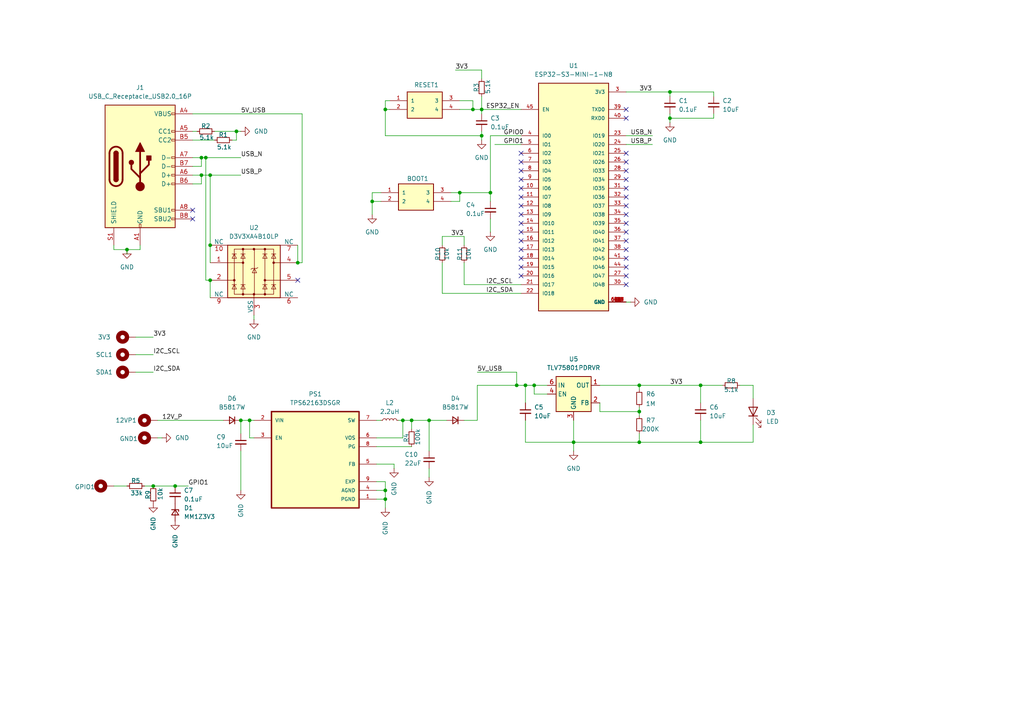
<source format=kicad_sch>
(kicad_sch (version 20231120) (generator "eeschema") (generator_version "8.0")
  (paper "A4")
  (lib_symbols
    (symbol "Connector:USB_C_Receptacle_USB2.0_16P" (pin_names (offset 1.016))
      (property "Reference" "J" (at 0 22.225 0))
      (property "Value" "USB_C_Receptacle_USB2.0_16P" (at 0 19.685 0))
      (symbol "USB_C_Receptacle_USB2.0_16P_1_1"
        (pin passive line (at 0 -22.86 90) (length 5.08) (name "GND") (number "A1"))
        (pin passive line (at 0 -22.86 90) (length 5.08) hide (name "GND") (number "A12"))
        (pin passive line (at 15.24 15.24 180) (length 5.08) (name "VBUS") (number "A4"))
        (pin bidirectional line (at 15.24 10.16 180) (length 5.08) (name "CC1") (number "A5"))
        (pin bidirectional line (at 15.24 -2.54 180) (length 5.08) (name "D+") (number "A6"))
        (pin bidirectional line (at 15.24 2.54 180) (length 5.08) (name "D-") (number "A7"))
        (pin bidirectional line (at 15.24 -12.7 180) (length 5.08) (name "SBU1") (number "A8"))
        (pin passive line (at 15.24 15.24 180) (length 5.08) hide (name "VBUS") (number "A9"))
        (pin passive line (at 0 -22.86 90) (length 5.08) hide (name "GND") (number "B1"))
        (pin passive line (at 0 -22.86 90) (length 5.08) hide (name "GND") (number "B12"))
        (pin passive line (at 15.24 15.24 180) (length 5.08) hide (name "VBUS") (number "B4"))
        (pin bidirectional line (at 15.24 7.62 180) (length 5.08) (name "CC2") (number "B5"))
        (pin bidirectional line (at 15.24 -5.08 180) (length 5.08) (name "D+") (number "B6"))
        (pin bidirectional line (at 15.24 0 180) (length 5.08) (name "D-") (number "B7"))
        (pin bidirectional line (at 15.24 -15.24 180) (length 5.08) (name "SBU2") (number "B8"))
        (pin passive line (at 15.24 15.24 180) (length 5.08) hide (name "VBUS") (number "B9"))
        (pin passive line (at -7.62 -22.86 90) (length 5.08) (name "SHIELD") (number "S1"))
      )
    )
    (symbol "Device:C_Small" (pin_numbers hide) (pin_names (offset 0.254) hide)
      (property "Reference" "C" (at 0.254 1.778 0))
      (property "Value" "C_Small" (at 0.254 -2.032 0))
      (symbol "C_Small_1_1"
        (pin passive line (at 0 2.54 270) (length 2.032) (name "~") (number "1"))
        (pin passive line (at 0 -2.54 90) (length 2.032) (name "~") (number "2"))
      )
    )
    (symbol "Device:D_Small" (pin_numbers hide) (pin_names (offset 0.254) hide)
      (property "Reference" "D" (at -1.27 2.032 0))
      (property "Value" "D_Small" (at -3.81 -2.032 0))
      (symbol "D_Small_1_1"
        (pin passive line (at -2.54 0 0) (length 1.778) (name "K") (number "1"))
        (pin passive line (at 2.54 0 180) (length 1.778) (name "A") (number "2"))
      )
    )
    (symbol "Device:D_Zener_Small" (pin_numbers hide) (pin_names (offset 0.254) hide)
      (property "Reference" "D" (at 0 2.286 0))
      (property "Value" "D_Zener_Small" (at 0 -2.286 0))
      (symbol "D_Zener_Small_1_1"
        (pin passive line (at -2.54 0 0) (length 1.778) (name "K") (number "1"))
        (pin passive line (at 2.54 0 180) (length 1.778) (name "A") (number "2"))
      )
    )
    (symbol "Device:LED" (pin_numbers hide) (pin_names (offset 1.016) hide)
      (property "Reference" "D" (at 0 2.54 0))
      (property "Value" "LED" (at 0 -2.54 0))
      (symbol "LED_1_1"
        (pin passive line (at -3.81 0 0) (length 2.54) (name "K") (number "1"))
        (pin passive line (at 3.81 0 180) (length 2.54) (name "A") (number "2"))
      )
    )
    (symbol "Device:L_Small" (pin_numbers hide) (pin_names (offset 0.254) hide)
      (property "Reference" "L" (at 0.762 1.016 0))
      (property "Value" "L_Small" (at 0.762 -1.016 0))
      (symbol "L_Small_1_1"
        (pin passive line (at 0 2.54 270) (length 0.508) (name "~") (number "1"))
        (pin passive line (at 0 -2.54 90) (length 0.508) (name "~") (number "2"))
      )
    )
    (symbol "Device:R_Small" (pin_numbers hide) (pin_names (offset 0.254) hide)
      (property "Reference" "R" (at 0.762 0.508 0))
      (property "Value" "R_Small" (at 0.762 -1.016 0))
      (symbol "R_Small_1_1"
        (pin passive line (at 0 2.54 270) (length 0.762) (name "~") (number "1"))
        (pin passive line (at 0 -2.54 90) (length 0.762) (name "~") (number "2"))
      )
    )
    (symbol "ESP32-S3-MINI-1-N8:ESP32-S3-MINI-1-N8" (pin_names (offset 1.016))
      (property "Reference" "U" (at -10.16 34.29 0))
      (property "Value" "ESP32-S3-MINI-1-N8" (at -10.16 -35.56 0))
      (symbol "ESP32-S3-MINI-1-N8_0_0"
        (pin power_in line (at 15.24 -30.48 180) (length 5.08) (name "GND") (number "1"))
        (pin bidirectional line (at -15.24 2.54 0) (length 5.08) (name "IO6") (number "10"))
        (pin bidirectional line (at -15.24 0 0) (length 5.08) (name "IO7") (number "11"))
        (pin bidirectional line (at -15.24 -2.54 0) (length 5.08) (name "IO8") (number "12"))
        (pin bidirectional line (at -15.24 -5.08 0) (length 5.08) (name "IO9") (number "13"))
        (pin bidirectional line (at -15.24 -7.62 0) (length 5.08) (name "IO10") (number "14"))
        (pin bidirectional line (at -15.24 -10.16 0) (length 5.08) (name "IO11") (number "15"))
        (pin bidirectional line (at -15.24 -12.7 0) (length 5.08) (name "IO12") (number "16"))
        (pin bidirectional line (at -15.24 -15.24 0) (length 5.08) (name "IO13") (number "17"))
        (pin bidirectional line (at -15.24 -17.78 0) (length 5.08) (name "IO14") (number "18"))
        (pin bidirectional line (at -15.24 -20.32 0) (length 5.08) (name "IO15") (number "19"))
        (pin power_in line (at 15.24 -30.48 180) (length 5.08) (name "GND") (number "2"))
        (pin bidirectional line (at -15.24 -22.86 0) (length 5.08) (name "IO16") (number "20"))
        (pin bidirectional line (at -15.24 -25.4 0) (length 5.08) (name "IO17") (number "21"))
        (pin bidirectional line (at -15.24 -27.94 0) (length 5.08) (name "IO18") (number "22"))
        (pin bidirectional line (at 15.24 17.78 180) (length 5.08) (name "IO19") (number "23"))
        (pin bidirectional line (at 15.24 15.24 180) (length 5.08) (name "IO20") (number "24"))
        (pin bidirectional line (at 15.24 12.7 180) (length 5.08) (name "IO21") (number "25"))
        (pin bidirectional line (at 15.24 10.16 180) (length 5.08) (name "IO26") (number "26"))
        (pin bidirectional line (at 15.24 -22.86 180) (length 5.08) (name "IO47") (number "27"))
        (pin bidirectional line (at 15.24 7.62 180) (length 5.08) (name "IO33") (number "28"))
        (pin bidirectional line (at 15.24 5.08 180) (length 5.08) (name "IO34") (number "29"))
        (pin power_in line (at 15.24 30.48 180) (length 5.08) (name "3V3") (number "3"))
        (pin bidirectional line (at 15.24 -25.4 180) (length 5.08) (name "IO48") (number "30"))
        (pin bidirectional line (at 15.24 2.54 180) (length 5.08) (name "IO35") (number "31"))
        (pin bidirectional line (at 15.24 0 180) (length 5.08) (name "IO36") (number "32"))
        (pin bidirectional line (at 15.24 -2.54 180) (length 5.08) (name "IO37") (number "33"))
        (pin bidirectional line (at 15.24 -5.08 180) (length 5.08) (name "IO38") (number "34"))
        (pin bidirectional line (at 15.24 -7.62 180) (length 5.08) (name "IO39") (number "35"))
        (pin bidirectional line (at 15.24 -10.16 180) (length 5.08) (name "IO40") (number "36"))
        (pin bidirectional line (at 15.24 -12.7 180) (length 5.08) (name "IO41") (number "37"))
        (pin bidirectional line (at 15.24 -15.24 180) (length 5.08) (name "IO42") (number "38"))
        (pin bidirectional line (at 15.24 25.4 180) (length 5.08) (name "TXD0") (number "39"))
        (pin bidirectional line (at -15.24 17.78 0) (length 5.08) (name "IO0") (number "4"))
        (pin bidirectional line (at 15.24 22.86 180) (length 5.08) (name "RXD0") (number "40"))
        (pin bidirectional line (at 15.24 -17.78 180) (length 5.08) (name "IO45") (number "41"))
        (pin power_in line (at 15.24 -30.48 180) (length 5.08) (name "GND") (number "42"))
        (pin power_in line (at 15.24 -30.48 180) (length 5.08) (name "GND") (number "43"))
        (pin bidirectional line (at 15.24 -20.32 180) (length 5.08) (name "IO46") (number "44"))
        (pin input line (at -15.24 25.4 0) (length 5.08) (name "EN") (number "45"))
        (pin power_in line (at 15.24 -30.48 180) (length 5.08) (name "GND") (number "46"))
        (pin power_in line (at 15.24 -30.48 180) (length 5.08) (name "GND") (number "47"))
        (pin power_in line (at 15.24 -30.48 180) (length 5.08) (name "GND") (number "48"))
        (pin power_in line (at 15.24 -30.48 180) (length 5.08) (name "GND") (number "49"))
        (pin bidirectional line (at -15.24 15.24 0) (length 5.08) (name "IO1") (number "5"))
        (pin power_in line (at 15.24 -30.48 180) (length 5.08) (name "GND") (number "50"))
        (pin power_in line (at 15.24 -30.48 180) (length 5.08) (name "GND") (number "51"))
        (pin power_in line (at 15.24 -30.48 180) (length 5.08) (name "GND") (number "52"))
        (pin power_in line (at 15.24 -30.48 180) (length 5.08) (name "GND") (number "53"))
        (pin power_in line (at 15.24 -30.48 180) (length 5.08) (name "GND") (number "54"))
        (pin power_in line (at 15.24 -30.48 180) (length 5.08) (name "GND") (number "55"))
        (pin power_in line (at 15.24 -30.48 180) (length 5.08) (name "GND") (number "56"))
        (pin power_in line (at 15.24 -30.48 180) (length 5.08) (name "GND") (number "57"))
        (pin power_in line (at 15.24 -30.48 180) (length 5.08) (name "GND") (number "58"))
        (pin power_in line (at 15.24 -30.48 180) (length 5.08) (name "GND") (number "59"))
        (pin bidirectional line (at -15.24 12.7 0) (length 5.08) (name "IO2") (number "6"))
        (pin power_in line (at 15.24 -30.48 180) (length 5.08) (name "GND") (number "60"))
        (pin power_in line (at 15.24 -30.48 180) (length 5.08) (name "GND") (number "61"))
        (pin power_in line (at 15.24 -30.48 180) (length 5.08) (name "GND") (number "61_1"))
        (pin power_in line (at 15.24 -30.48 180) (length 5.08) (name "GND") (number "61_2"))
        (pin power_in line (at 15.24 -30.48 180) (length 5.08) (name "GND") (number "61_3"))
        (pin power_in line (at 15.24 -30.48 180) (length 5.08) (name "GND") (number "61_4"))
        (pin power_in line (at 15.24 -30.48 180) (length 5.08) (name "GND") (number "61_5"))
        (pin power_in line (at 15.24 -30.48 180) (length 5.08) (name "GND") (number "61_6"))
        (pin power_in line (at 15.24 -30.48 180) (length 5.08) (name "GND") (number "61_7"))
        (pin power_in line (at 15.24 -30.48 180) (length 5.08) (name "GND") (number "61_8"))
        (pin power_in line (at 15.24 -30.48 180) (length 5.08) (name "GND") (number "62"))
        (pin power_in line (at 15.24 -30.48 180) (length 5.08) (name "GND") (number "63"))
        (pin power_in line (at 15.24 -30.48 180) (length 5.08) (name "GND") (number "64"))
        (pin power_in line (at 15.24 -30.48 180) (length 5.08) (name "GND") (number "65"))
        (pin bidirectional line (at -15.24 10.16 0) (length 5.08) (name "IO3") (number "7"))
        (pin bidirectional line (at -15.24 7.62 0) (length 5.08) (name "IO4") (number "8"))
        (pin bidirectional line (at -15.24 5.08 0) (length 5.08) (name "IO5") (number "9"))
      )
    )
    (symbol "Mechanical:MountingHole_Pad" (pin_numbers hide) (pin_names (offset 1.016) hide) (exclude_from_sim yes) (in_bom no)
      (property "Reference" "H" (at 0 6.35 0))
      (property "Value" "MountingHole_Pad" (at 0 4.445 0))
      (symbol "MountingHole_Pad_1_1"
        (pin input line (at 0 -2.54 90) (length 2.54) (name "1") (number "1"))
      )
    )
    (symbol "PTS810SJK250SMTRLFS:PTS810SJK250SMTRLFS" (pin_names (offset 1.016))
      (property "Reference" "S" (at 16.51 7.62 0))
      (property "Value" "PTS810SJK250SMTRLFS" (at 16.51 5.08 0))
      (symbol "PTS810SJK250SMTRLFS_0_0"
        (pin bidirectional line (at 0 0 0) (length 5.08) (name "1") (number "1"))
        (pin bidirectional line (at 0 -2.54 0) (length 5.08) (name "2") (number "2"))
        (pin bidirectional line (at 20.32 0 180) (length 5.08) (name "3") (number "3"))
        (pin bidirectional line (at 20.32 -2.54 180) (length 5.08) (name "4") (number "4"))
      )
    )
    (symbol "Power_Protection:D3V3XA4B10LP" (pin_names (offset 0))
      (property "Reference" "U" (at -0.635 8.89 0))
      (property "Value" "D3V3XA4B10LP" (at 8.89 -10.16 0))
      (symbol "D3V3XA4B10LP_1_1"
        (pin passive line (at -12.7 2.54 0) (length 5.08) (name "~") (number "1"))
        (pin free line (at -12.7 7.62 0) (length 5.08) (name "NC") (number "10"))
        (pin passive line (at -12.7 -2.54 0) (length 5.08) (name "~") (number "2"))
        (pin power_in line (at 0 -12.7 90) (length 5.08) (name "VSS") (number "3"))
        (pin passive line (at 12.7 2.54 180) (length 5.08) (name "~") (number "4"))
        (pin passive line (at 12.7 -2.54 180) (length 5.08) (name "~") (number "5"))
        (pin free line (at 12.7 -7.62 180) (length 5.08) (name "NC") (number "6"))
        (pin free line (at 12.7 7.62 180) (length 5.08) (name "NC") (number "7"))
        (pin passive line (at 0 -12.7 90) (length 5.08) hide (name "VSS") (number "8"))
        (pin free line (at -12.7 -7.62 0) (length 5.08) (name "NC") (number "9"))
      )
    )
    (symbol "Regulator_Linear:TLV75801PDRV"
      (property "Reference" "U" (at -3.81 6.35 0))
      (property "Value" "TLV75801PDRV" (at 0 6.35 0))
      (symbol "TLV75801PDRV_1_1"
        (pin power_out line (at 7.62 2.54 180) (length 2.54) (name "OUT") (number "1"))
        (pin input line (at 7.62 -2.54 180) (length 2.54) (name "FB") (number "2"))
        (pin power_in line (at 0 -7.62 90) (length 2.54) (name "GND") (number "3"))
        (pin input line (at -7.62 0 0) (length 2.54) (name "EN") (number "4"))
        (pin no_connect line (at 5.08 0 180) (length 2.54) hide (name "DNC") (number "5"))
        (pin power_in line (at -7.62 2.54 0) (length 2.54) (name "IN") (number "6"))
        (pin passive line (at 0 -7.62 90) (length 2.54) hide (name "GND") (number "7"))
      )
    )
    (symbol "TPS62163DSGR:TPS62163DSGR" (pin_names (offset 1.016))
      (property "Reference" "PS" (at -12.7 13.7 0))
      (property "Value" "TPS62163DSGR" (at -12.7 -17.78 0))
      (symbol "TPS62163DSGR_0_0"
        (pin power_in line (at 17.78 -12.7 180) (length 5.08) (name "PGND") (number "1"))
        (pin input line (at -17.78 10.16 0) (length 5.08) (name "VIN") (number "2"))
        (pin input line (at -17.78 5.08 0) (length 5.08) (name "EN") (number "3"))
        (pin power_in line (at 17.78 -10.16 180) (length 5.08) (name "AGND") (number "4"))
        (pin input line (at 17.78 -2.54 180) (length 5.08) (name "FB") (number "5"))
        (pin input line (at 17.78 5.08 180) (length 5.08) (name "VOS") (number "6"))
        (pin output line (at 17.78 10.16 180) (length 5.08) (name "SW") (number "7"))
        (pin output line (at 17.78 2.54 180) (length 5.08) (name "PG") (number "8"))
        (pin passive line (at 17.78 -7.62 180) (length 5.08) (name "EXP") (number "9"))
      )
    )
    (symbol "power:GND" (power) (pin_numbers hide) (pin_names (offset 0) hide)
      (property "Value" "GND" (at 0 -3.81 0))
      (symbol "GND_1_1"
        (pin power_in line (at 0 0 270) (length 0) (name "~") (number "1"))
      )
    )
  )
  (junction (at 86.36 76.2))
  (junction (at 194.31 26.67))
  (junction (at 72.39 121.92))
  (junction (at 107.95 58.42))
  (junction (at 185.42 119.38))
  (junction (at 58.42 45.72))
  (junction (at 185.42 111.76))
  (junction (at 44.45 140.97))
  (junction (at 139.7 31.75))
  (junction (at 194.31 34.29))
  (junction (at 59.69 45.72))
  (junction (at 142.24 55.88))
  (junction (at 119.38 121.92))
  (junction (at 111.76 31.75))
  (junction (at 139.7 39.37))
  (junction (at 133.35 55.88))
  (junction (at 124.46 121.92))
  (junction (at 36.83 72.39))
  (junction (at 203.2 111.76))
  (junction (at 69.85 121.92))
  (junction (at 185.42 128.27))
  (junction (at 149.86 111.76))
  (junction (at 111.76 144.78))
  (junction (at 166.37 128.27))
  (junction (at 137.16 31.75))
  (junction (at 152.4 111.76))
  (junction (at 203.2 128.27))
  (junction (at 50.8 140.97))
  (junction (at 116.84 121.92))
  (junction (at 58.42 50.8))
  (junction (at 68.58 38.1))
  (junction (at 154.94 111.76))
  (junction (at 60.96 71.12))
  (junction (at 60.96 81.28))
  (junction (at 111.76 142.24))
  (junction (at 60.96 50.8))
  (no_connect (at 151.13 44.45))
  (no_connect (at 181.61 59.69))
  (no_connect (at 181.61 67.31))
  (no_connect (at 181.61 57.15))
  (no_connect (at 55.88 60.96))
  (no_connect (at 151.13 54.61))
  (no_connect (at 151.13 62.23))
  (no_connect (at 181.61 31.75))
  (no_connect (at 151.13 57.15))
  (no_connect (at 181.61 62.23))
  (no_connect (at 151.13 52.07))
  (no_connect (at 181.61 69.85))
  (no_connect (at 181.61 49.53))
  (no_connect (at 181.61 34.29))
  (no_connect (at 151.13 64.77))
  (no_connect (at 181.61 46.99))
  (no_connect (at 151.13 69.85))
  (no_connect (at 151.13 67.31))
  (no_connect (at 181.61 82.55))
  (no_connect (at 55.88 63.5))
  (no_connect (at 181.61 80.01))
  (no_connect (at 181.61 54.61))
  (no_connect (at 151.13 59.69))
  (no_connect (at 151.13 80.01))
  (no_connect (at 181.61 44.45))
  (no_connect (at 181.61 77.47))
  (no_connect (at 181.61 72.39))
  (no_connect (at 151.13 49.53))
  (no_connect (at 181.61 74.93))
  (no_connect (at 181.61 52.07))
  (no_connect (at 86.36 81.28))
  (no_connect (at 151.13 77.47))
  (no_connect (at 151.13 74.93))
  (no_connect (at 181.61 64.77))
  (no_connect (at 151.13 46.99))
  (no_connect (at 151.13 72.39))
  (wire (pts (xy 55.88 50.8) (xy 58.42 50.8)))
  (wire (pts (xy 207.01 26.67) (xy 194.31 26.67)))
  (wire (pts (xy 138.43 121.92) (xy 138.43 111.76)))
  (wire (pts (xy 86.36 71.12) (xy 86.36 76.2)))
  (wire (pts (xy 45.72 121.92) (xy 64.77 121.92)))
  (wire (pts (xy 151.13 82.55) (xy 134.62 82.55)))
  (wire (pts (xy 55.88 53.34) (xy 58.42 53.34)))
  (wire (pts (xy 137.16 29.21) (xy 137.16 31.75)))
  (wire (pts (xy 130.81 55.88) (xy 133.35 55.88)))
  (wire (pts (xy 111.76 142.24) (xy 111.76 144.78)))
  (wire (pts (xy 73.66 92.71) (xy 73.66 91.44)))
  (wire (pts (xy 154.94 114.3) (xy 154.94 111.76)))
  (wire (pts (xy 109.22 129.54) (xy 119.38 129.54)))
  (wire (pts (xy 142.24 63.5) (xy 142.24 67.31)))
  (wire (pts (xy 133.35 31.75) (xy 137.16 31.75)))
  (wire (pts (xy 72.39 127) (xy 72.39 121.92)))
  (wire (pts (xy 185.42 118.11) (xy 185.42 119.38)))
  (wire (pts (xy 134.62 68.58) (xy 134.62 71.12)))
  (wire (pts (xy 139.7 22.86) (xy 139.7 20.32)))
  (wire (pts (xy 128.27 76.2) (xy 128.27 85.09)))
  (wire (pts (xy 109.22 127) (xy 116.84 127)))
  (wire (pts (xy 218.44 128.27) (xy 203.2 128.27)))
  (wire (pts (xy 194.31 34.29) (xy 194.31 33.02)))
  (wire (pts (xy 111.76 144.78) (xy 111.76 147.32)))
  (wire (pts (xy 218.44 111.76) (xy 218.44 115.57)))
  (wire (pts (xy 128.27 85.09) (xy 151.13 85.09)))
  (wire (pts (xy 116.84 127) (xy 116.84 121.92)))
  (wire (pts (xy 152.4 128.27) (xy 166.37 128.27)))
  (wire (pts (xy 60.96 81.28) (xy 60.96 86.36)))
  (wire (pts (xy 203.2 121.92) (xy 203.2 128.27)))
  (wire (pts (xy 185.42 125.73) (xy 185.42 128.27)))
  (wire (pts (xy 139.7 39.37) (xy 139.7 40.64)))
  (wire (pts (xy 166.37 121.92) (xy 166.37 128.27)))
  (wire (pts (xy 181.61 39.37) (xy 189.23 39.37)))
  (wire (pts (xy 109.22 121.92) (xy 110.49 121.92)))
  (wire (pts (xy 111.76 31.75) (xy 113.03 31.75)))
  (wire (pts (xy 114.3 134.62) (xy 114.3 135.89)))
  (wire (pts (xy 138.43 121.92) (xy 134.62 121.92)))
  (wire (pts (xy 149.86 111.76) (xy 152.4 111.76)))
  (wire (pts (xy 124.46 135.89) (xy 124.46 138.43)))
  (wire (pts (xy 152.4 121.92) (xy 152.4 128.27)))
  (wire (pts (xy 69.85 38.1) (xy 68.58 38.1)))
  (wire (pts (xy 58.42 45.72) (xy 58.42 48.26)))
  (wire (pts (xy 138.43 107.95) (xy 149.86 107.95)))
  (wire (pts (xy 203.2 128.27) (xy 185.42 128.27)))
  (wire (pts (xy 36.83 72.39) (xy 36.83 73.66)))
  (wire (pts (xy 207.01 34.29) (xy 207.01 33.02)))
  (wire (pts (xy 69.85 130.81) (xy 69.85 142.24)))
  (wire (pts (xy 133.35 58.42) (xy 130.81 58.42)))
  (wire (pts (xy 55.88 45.72) (xy 58.42 45.72)))
  (wire (pts (xy 109.22 144.78) (xy 111.76 144.78)))
  (wire (pts (xy 46.99 127) (xy 45.72 127)))
  (wire (pts (xy 60.96 81.28) (xy 59.69 81.28)))
  (wire (pts (xy 55.88 48.26) (xy 58.42 48.26)))
  (wire (pts (xy 62.23 38.1) (xy 68.58 38.1)))
  (wire (pts (xy 139.7 31.75) (xy 151.13 31.75)))
  (wire (pts (xy 59.69 81.28) (xy 59.69 45.72)))
  (wire (pts (xy 55.88 33.02) (xy 87.63 33.02)))
  (wire (pts (xy 166.37 128.27) (xy 166.37 130.81)))
  (wire (pts (xy 58.42 50.8) (xy 60.96 50.8)))
  (wire (pts (xy 39.37 102.87) (xy 44.45 102.87)))
  (wire (pts (xy 194.31 34.29) (xy 207.01 34.29)))
  (wire (pts (xy 109.22 142.24) (xy 111.76 142.24)))
  (wire (pts (xy 152.4 111.76) (xy 152.4 116.84)))
  (wire (pts (xy 87.63 33.02) (xy 87.63 76.2)))
  (wire (pts (xy 110.49 55.88) (xy 107.95 55.88)))
  (wire (pts (xy 185.42 113.03) (xy 185.42 111.76)))
  (wire (pts (xy 119.38 121.92) (xy 119.38 124.46)))
  (wire (pts (xy 139.7 33.02) (xy 139.7 31.75)))
  (wire (pts (xy 39.37 97.79) (xy 44.45 97.79)))
  (wire (pts (xy 60.96 71.12) (xy 60.96 50.8)))
  (wire (pts (xy 137.16 31.75) (xy 139.7 31.75)))
  (wire (pts (xy 154.94 111.76) (xy 158.75 111.76)))
  (wire (pts (xy 67.31 40.64) (xy 68.58 40.64)))
  (wire (pts (xy 58.42 45.72) (xy 59.69 45.72)))
  (wire (pts (xy 139.7 27.94) (xy 139.7 31.75)))
  (wire (pts (xy 142.24 39.37) (xy 151.13 39.37)))
  (wire (pts (xy 134.62 82.55) (xy 134.62 76.2)))
  (wire (pts (xy 33.02 71.12) (xy 33.02 72.39)))
  (wire (pts (xy 73.66 127) (xy 72.39 127)))
  (wire (pts (xy 128.27 68.58) (xy 134.62 68.58)))
  (wire (pts (xy 111.76 29.21) (xy 111.76 31.75)))
  (wire (pts (xy 142.24 55.88) (xy 133.35 55.88)))
  (wire (pts (xy 60.96 71.12) (xy 60.96 76.2)))
  (wire (pts (xy 132.08 20.32) (xy 139.7 20.32)))
  (wire (pts (xy 115.57 121.92) (xy 116.84 121.92)))
  (wire (pts (xy 207.01 26.67) (xy 207.01 27.94)))
  (wire (pts (xy 107.95 55.88) (xy 107.95 58.42)))
  (wire (pts (xy 181.61 41.91) (xy 189.23 41.91)))
  (wire (pts (xy 149.86 111.76) (xy 149.86 107.95)))
  (wire (pts (xy 60.96 50.8) (xy 69.85 50.8)))
  (wire (pts (xy 139.7 39.37) (xy 111.76 39.37)))
  (wire (pts (xy 124.46 121.92) (xy 129.54 121.92)))
  (wire (pts (xy 194.31 34.29) (xy 194.31 35.56)))
  (wire (pts (xy 33.02 140.97) (xy 36.83 140.97)))
  (wire (pts (xy 109.22 139.7) (xy 111.76 139.7)))
  (wire (pts (xy 181.61 26.67) (xy 194.31 26.67)))
  (wire (pts (xy 203.2 111.76) (xy 203.2 116.84)))
  (wire (pts (xy 181.61 87.63) (xy 182.88 87.63)))
  (wire (pts (xy 55.88 38.1) (xy 57.15 38.1)))
  (wire (pts (xy 55.88 40.64) (xy 62.23 40.64)))
  (wire (pts (xy 203.2 111.76) (xy 209.55 111.76)))
  (wire (pts (xy 58.42 53.34) (xy 58.42 50.8)))
  (wire (pts (xy 173.99 119.38) (xy 185.42 119.38)))
  (wire (pts (xy 111.76 31.75) (xy 111.76 39.37)))
  (wire (pts (xy 173.99 116.84) (xy 173.99 119.38)))
  (wire (pts (xy 50.8 140.97) (xy 54.61 140.97)))
  (wire (pts (xy 111.76 139.7) (xy 111.76 142.24)))
  (wire (pts (xy 142.24 55.88) (xy 142.24 58.42)))
  (wire (pts (xy 194.31 27.94) (xy 194.31 26.67)))
  (wire (pts (xy 142.24 39.37) (xy 142.24 55.88)))
  (wire (pts (xy 152.4 111.76) (xy 154.94 111.76)))
  (wire (pts (xy 109.22 134.62) (xy 114.3 134.62)))
  (wire (pts (xy 185.42 111.76) (xy 203.2 111.76)))
  (wire (pts (xy 133.35 29.21) (xy 137.16 29.21)))
  (wire (pts (xy 138.43 111.76) (xy 149.86 111.76)))
  (wire (pts (xy 86.36 76.2) (xy 87.63 76.2)))
  (wire (pts (xy 68.58 40.64) (xy 68.58 38.1)))
  (wire (pts (xy 133.35 55.88) (xy 133.35 58.42)))
  (wire (pts (xy 41.91 140.97) (xy 44.45 140.97)))
  (wire (pts (xy 185.42 119.38) (xy 185.42 120.65)))
  (wire (pts (xy 40.64 72.39) (xy 36.83 72.39)))
  (wire (pts (xy 59.69 45.72) (xy 69.85 45.72)))
  (wire (pts (xy 33.02 72.39) (xy 36.83 72.39)))
  (wire (pts (xy 139.7 38.1) (xy 139.7 39.37)))
  (wire (pts (xy 39.37 107.95) (xy 44.45 107.95)))
  (wire (pts (xy 107.95 58.42) (xy 107.95 62.23)))
  (wire (pts (xy 119.38 121.92) (xy 124.46 121.92)))
  (wire (pts (xy 214.63 111.76) (xy 218.44 111.76)))
  (wire (pts (xy 124.46 121.92) (xy 124.46 130.81)))
  (wire (pts (xy 185.42 128.27) (xy 166.37 128.27)))
  (wire (pts (xy 173.99 111.76) (xy 185.42 111.76)))
  (wire (pts (xy 116.84 121.92) (xy 119.38 121.92)))
  (wire (pts (xy 111.76 29.21) (xy 113.03 29.21)))
  (wire (pts (xy 72.39 121.92) (xy 73.66 121.92)))
  (wire (pts (xy 40.64 71.12) (xy 40.64 72.39)))
  (wire (pts (xy 158.75 114.3) (xy 154.94 114.3)))
  (wire (pts (xy 69.85 121.92) (xy 69.85 125.73)))
  (wire (pts (xy 69.85 121.92) (xy 72.39 121.92)))
  (wire (pts (xy 44.45 140.97) (xy 50.8 140.97)))
  (wire (pts (xy 107.95 58.42) (xy 110.49 58.42)))
  (wire (pts (xy 128.27 71.12) (xy 128.27 68.58)))
  (wire (pts (xy 143.51 41.91) (xy 151.13 41.91)))
  (wire (pts (xy 218.44 123.19) (xy 218.44 128.27)))
  (label "3V3" (at 194.31 111.76 0))
  (label "5V_USB" (at 138.43 107.95 0))
  (label "I2C_SCL" (at 140.97 82.55 0))
  (label "GPIO1" (at 54.61 140.97 0))
  (label "ESP32_EN" (at 140.97 31.75 0))
  (label "3V3" (at 44.45 97.79 0))
  (label "I2C_SCL" (at 44.45 102.87 0))
  (label "3V3" (at 130.81 68.58 0))
  (label "USB_N" (at 69.85 45.72 0))
  (label "I2C_SDA" (at 140.97 85.09 0))
  (label "GPIO1" (at 146.05 41.91 0))
  (label "USB_P" (at 182.88 41.91 0))
  (label "I2C_SDA" (at 44.45 107.95 0))
  (label "12V_P" (at 46.99 121.92 0))
  (label "USB_N" (at 182.88 39.37 0))
  (label "3V3" (at 132.08 20.32 0))
  (label "5V_USB" (at 69.85 33.02 0))
  (label "3V3" (at 185.42 26.67 0))
  (label "GPIO0" (at 146.05 39.37 0))
  (label "USB_P" (at 69.85 50.8 0))
  (symbol (lib_id "Device:R_Small") (at 59.69 38.1 90) (unit 1)
    (property "Reference" "R2" (at 59.69 36.576 90))
    (property "Value" "5.1k" (at 59.944 39.878 90))
    (property "Footprint" "Resistor_SMD:R_0603_1608Metric" (effects (hide yes)))
    (property "Datasheet" "https://www.yageo.com/upload/media/product/products/datasheet/rchip/PYu-RC_Group_51_RoHS_L_12.pdf" (effects (hide yes)))
    (property "Description" "Resistor, small symbol" (effects (hide yes)))
    (property "MANUFACTURER" "YAGEO" (effects (hide yes)))
    (property "Part#" "RC0603FR-075K1L" (effects (hide yes)))
    (property "JLCPCB Part #" "C105580" (effects (hide yes)))
  )
  (symbol (lib_id "Device:D_Small") (at 132.08 121.92 180) (unit 1)
    (property "Reference" "D4" (at 132.08 115.57 0))
    (property "Value" "B5817W" (at 132.08 118.11 0))
    (property "Footprint" "Diode_SMD:D_SOD-123" (effects (hide yes)))
    (property "Datasheet" "https://www.panjit.com.tw/upload/datasheet/SS1030_SERIES.pdf" (effects (hide yes)))
    (property "Description" "Diode, small symbol" (effects (hide yes)))
    (property "Sim.Device" "D" (effects (hide yes)))
    (property "Sim.Pins" "1=K 2=A" (effects (hide yes)))
    (property "Part#" "B5817W" (effects (hide yes)))
    (property "MANUFACTURER" "hongjiacheng" (effects (hide yes)))
    (property "JLCPCB Part #" "C7420328" (effects (hide yes)))
  )
  (symbol (lib_id "Mechanical:MountingHole_Pad") (at 36.83 97.79 90) (unit 1) (exclude_from_sim yes) (in_bom no)
    (property "Reference" "3V3" (at 30.226 97.79 90))
    (property "Footprint" "TestPoint:TestPoint_THTPad_D1.0mm_Drill0.5mm" (effects (hide yes)))
    (property "Description" "Mounting Hole with connection" (effects (hide yes)))
  )
  (symbol (lib_id "Device:D_Zener_Small") (at 50.8 148.59 270) (unit 1)
    (property "Reference" "D1" (at 53.34 147.3199 90) (effects (justify left)))
    (property "Value" "MM1Z3V3" (at 53.34 149.8599 90) (effects (justify left)))
    (property "Footprint" "Diode_SMD:D_SOD-123" (effects (hide yes)))
    (property "Datasheet" "https://jlcpcb.com/api/file/downloadByFileSystemAccessId/8564879431715491840" (effects (hide yes)))
    (property "Description" "Zener diode, small symbol" (effects (hide yes)))
    (property "MANUFACTURER" "hongjiacheng" (effects (hide yes)))
    (property "Part#" "MM1Z3V3" (effects (hide yes)))
    (property "JLCPCB Part #" "C22379456" (effects (hide yes)))
  )
  (symbol (lib_id "power:GND") (at 50.8 151.13 0) (unit 1)
    (property "Reference" "#PWR012" (effects (hide yes)))
    (property "Value" "GND" (at 50.8001 154.94 90) (effects (justify right)))
    (property "Description" "Power symbol creates a global label with name \"GND\" , ground" (effects (hide yes)))
  )
  (symbol (lib_id "Mechanical:MountingHole_Pad") (at 30.48 140.97 90) (unit 1) (exclude_from_sim yes) (in_bom no)
    (property "Reference" "GPIO1" (at 24.638 141.224 90))
    (property "Footprint" "TestPoint:TestPoint_THTPad_D1.0mm_Drill0.5mm" (effects (hide yes)))
    (property "Description" "Mounting Hole with connection" (effects (hide yes)))
  )
  (symbol (lib_id "power:GND") (at 139.7 40.64 0) (unit 1)
    (property "Reference" "#PWR06" (effects (hide yes)))
    (property "Value" "GND" (at 139.7 45.72 0))
    (property "Description" "Power symbol creates a global label with name \"GND\" , ground" (effects (hide yes)))
  )
  (symbol (lib_id "Regulator_Linear:TLV75801PDRV") (at 166.37 114.3 0) (unit 1)
    (property "Reference" "U5" (at 166.37 104.14 0))
    (property "Value" "TLV75801PDRVR" (at 166.37 106.68 0))
    (property "Footprint" "Package_SON:WSON-6-1EP_2x2mm_P0.65mm_EP1x1.6mm" (effects (hide yes)))
    (property "Datasheet" "https://www.ti.com/lit/ds/symlink/tlv758p.pdf?ts=1698226070408&ref_url=https%253A%252F%252Fwww.ti.com%252Fproduct%252FTLV758P%252Fpart-details%252FTLV75801PDRVR" (effects (hide yes)))
    (property "Description" "500mA Low-Dropout Linear Regulator, Adjustable Output, WSON-6" (effects (hide yes)))
    (property "Part#" "TLV75801PDRVR" (effects (hide yes)))
    (property "MANUFACTURER" "Texas Instruments" (effects (hide yes)))
    (property "JLCPCB Part #" "C2876308" (effects (hide yes)))
  )
  (symbol (lib_id "power:GND") (at 69.85 38.1 90) (unit 1)
    (property "Reference" "#PWR01" (effects (hide yes)))
    (property "Value" "GND" (at 73.66 38.0999 90) (effects (justify right)))
    (property "Description" "Power symbol creates a global label with name \"GND\" , ground" (effects (hide yes)))
  )
  (symbol (lib_id "power:GND") (at 46.99 127 90) (unit 1)
    (property "Reference" "#PWR010" (effects (hide yes)))
    (property "Value" "GND" (at 50.8 126.9999 90) (effects (justify right)))
    (property "Description" "Power symbol creates a global label with name \"GND\" , ground" (effects (hide yes)))
  )
  (symbol (lib_id "Device:D_Small") (at 67.31 121.92 180) (unit 1)
    (property "Reference" "D6" (at 67.31 115.57 0))
    (property "Value" "B5817W" (at 67.31 118.11 0))
    (property "Footprint" "Diode_SMD:D_SOD-123" (effects (hide yes)))
    (property "Datasheet" "https://www.panjit.com.tw/upload/datasheet/SS1030_SERIES.pdf" (effects (hide yes)))
    (property "Description" "Diode, small symbol" (effects (hide yes)))
    (property "Sim.Device" "D" (effects (hide yes)))
    (property "Sim.Pins" "1=K 2=A" (effects (hide yes)))
    (property "Part#" "B5817W" (effects (hide yes)))
    (property "MANUFACTURER" "hongjiacheng" (effects (hide yes)))
    (property "JLCPCB Part #" "C7420328" (effects (hide yes)))
  )
  (symbol (lib_id "Device:C_Small") (at 50.8 143.51 0) (unit 1)
    (property "Reference" "C7" (at 53.34 142.2462 0) (effects (justify left)))
    (property "Value" "0.1uF" (at 53.34 144.7862 0) (effects (justify left)))
    (property "Footprint" "Capacitor_SMD:C_0603_1608Metric" (effects (hide yes)))
    (property "Datasheet" "https://www.yageo.com/upload/media/product/productsearch/datasheet/mlcc/UPY-GPHC_X7R_6.3V-to-250V_24.pdf" (effects (hide yes)))
    (property "Description" "Unpolarized capacitor, small symbol" (effects (hide yes)))
    (property "Part#" "CC0603KRX7R7BB104" (effects (hide yes)))
    (property "MANUFACTURER" "YAGEO" (effects (hide yes)))
    (property "JLCPCB Part #" "C108079" (effects (hide yes)))
  )
  (symbol (lib_id "Device:C_Small") (at 207.01 30.48 0) (unit 1)
    (property "Reference" "C2" (at 209.55 29.2162 0) (effects (justify left)))
    (property "Value" "10uF" (at 209.55 31.7562 0) (effects (justify left)))
    (property "Footprint" "Capacitor_SMD:C_0603_1608Metric" (effects (hide yes)))
    (property "Datasheet" "https://mm.digikey.com/Volume0/opasdata/d220001/medias/docus/609/CL10A106KQ8NNNC_Spec.pdf" (effects (hide yes)))
    (property "Description" "Unpolarized capacitor, small symbol" (effects (hide yes)))
    (property "Part#" "CL10A106KQ8NNNC" (effects (hide yes)))
    (property "MANUFACTURER" "Samsung Electro-Mechanics" (effects (hide yes)))
    (property "JLCPCB Part #" "C95839" (effects (hide yes)))
  )
  (symbol (lib_id "Power_Protection:D3V3XA4B10LP") (at 73.66 78.74 0) (unit 1)
    (property "Reference" "U2" (at 73.66 66.04 0))
    (property "Value" "D3V3XA4B10LP" (at 73.66 68.58 0))
    (property "Footprint" "Package_DFN_QFN:Diodes_UDFN-10_1.0x2.5mm_P0.5mm" (effects (hide yes)))
    (property "Datasheet" "https://www.diodes.com/assets/Datasheets/D3V3XA4B10LP.pdf" (effects (hide yes)))
    (property "Description" "4-Channel Low Capacitance TVS Diode Array, DFN-10" (effects (hide yes)))
    (property "Part#" "D3V3XA4B10LP-7" (effects (hide yes)))
    (property "MANUFACTURER" "Diodes Incorporated" (effects (hide yes)))
    (property "JLCPCB Part #" "C1980462" (effects (hide yes)))
  )
  (symbol (lib_id "power:GND") (at 142.24 67.31 0) (unit 1)
    (property "Reference" "#PWR08" (effects (hide yes)))
    (property "Value" "GND" (at 142.24 72.39 0))
    (property "Description" "Power symbol creates a global label with name \"GND\" , ground" (effects (hide yes)))
  )
  (symbol (lib_id "Device:R_Small") (at 39.37 140.97 90) (unit 1)
    (property "Reference" "R5" (at 39.37 139.446 90))
    (property "Value" "33k" (at 39.624 143.002 90))
    (property "Footprint" "Resistor_SMD:R_0603_1608Metric" (effects (hide yes)))
    (property "Datasheet" "https://www.yageo.com/upload/media/product/products/datasheet/rchip/PYu-RC_Group_51_RoHS_L_12.pdf" (effects (hide yes)))
    (property "Description" "Resistor, small symbol" (effects (hide yes)))
    (property "MANUFACTURER" "YAGEO" (effects (hide yes)))
    (property "Part#" "RC0603FR-0733KL" (effects (hide yes)))
    (property "JLCPCB Part #" "C126359" (effects (hide yes)))
  )
  (symbol (lib_id "Device:L_Small") (at 113.03 121.92 90) (unit 1)
    (property "Reference" "L2" (at 113.03 116.84 90))
    (property "Value" "2.2uH" (at 113.03 119.38 90))
    (property "Footprint" "CIGT201610LM2R2MNE:RES_CIGT201610_SAM" (effects (hide yes)))
    (property "Datasheet" "https://wmsc.lcsc.com/wmsc/upload/file/pdf/v2/lcsc/2304140030_INPAQ-WIP201610P-2R2ML_C315717.pdf" (effects (hide yes)))
    (property "Description" "Inductor, small symbol" (effects (hide yes)))
    (property "Part#" "WIP201610P-2R2ML" (effects (hide yes)))
    (property "MANUFACTURER" "INPAQ" (effects (hide yes)))
    (property "JLCPCB Part #" "C315717" (effects (hide yes)))
  )
  (symbol (lib_id "power:GND") (at 114.3 135.89 0) (unit 1)
    (property "Reference" "#PWR018" (effects (hide yes)))
    (property "Value" "GND" (at 114.3001 139.7 90) (effects (justify right)))
    (property "Description" "Power symbol creates a global label with name \"GND\" , ground" (effects (hide yes)))
  )
  (symbol (lib_id "power:GND") (at 182.88 87.63 90) (unit 1)
    (property "Reference" "#PWR05" (effects (hide yes)))
    (property "Value" "GND" (at 186.69 87.6299 90) (effects (justify right)))
    (property "Description" "Power symbol creates a global label with name \"GND\" , ground" (effects (hide yes)))
  )
  (symbol (lib_id "Device:C_Small") (at 139.7 35.56 0) (unit 1)
    (property "Reference" "C3" (at 142.24 34.2962 0) (effects (justify left)))
    (property "Value" "0.1uF" (at 142.24 36.8362 0) (effects (justify left)))
    (property "Footprint" "Capacitor_SMD:C_0603_1608Metric" (effects (hide yes)))
    (property "Datasheet" "https://www.yageo.com/upload/media/product/productsearch/datasheet/mlcc/UPY-GPHC_X7R_6.3V-to-250V_24.pdf" (effects (hide yes)))
    (property "Description" "Unpolarized capacitor, small symbol" (effects (hide yes)))
    (property "Part#" "CC0603KRX7R7BB104" (effects (hide yes)))
    (property "MANUFACTURER" "YAGEO" (effects (hide yes)))
    (property "JLCPCB Part #" "C108079" (effects (hide yes)))
  )
  (symbol (lib_id "Device:C_Small") (at 194.31 30.48 0) (unit 1)
    (property "Reference" "C1" (at 196.85 29.2162 0) (effects (justify left)))
    (property "Value" "0.1uF" (at 196.85 31.7562 0) (effects (justify left)))
    (property "Footprint" "Capacitor_SMD:C_0603_1608Metric" (effects (hide yes)))
    (property "Datasheet" "https://www.yageo.com/upload/media/product/productsearch/datasheet/mlcc/UPY-GPHC_X7R_6.3V-to-250V_24.pdf" (effects (hide yes)))
    (property "Description" "Unpolarized capacitor, small symbol" (effects (hide yes)))
    (property "Part#" "CC0603KRX7R7BB104" (effects (hide yes)))
    (property "MANUFACTURER" "YAGEO" (effects (hide yes)))
    (property "JLCPCB Part #" "C108079" (effects (hide yes)))
  )
  (symbol (lib_id "PTS810SJK250SMTRLFS:PTS810SJK250SMTRLFS") (at 110.49 55.88 0) (unit 1)
    (property "Reference" "BOOT1" (at 121.158 51.816 0))
    (property "Value" "PTS810SJM250SMTRLFS" (effects (hide yes)))
    (property "Footprint" "PTS810SJK250SMTRLFS:PTS810SJG250SMTRLFS" (effects (hide yes)))
    (property "Datasheet" "https://www.lcsc.com/datasheet/lcsc_datasheet_2304140030_C-K-PTS810SJM250SMTRLFS_C116501.pdf" (effects (hide yes)))
    (property "MANUFACTURER_NAME" "C & K COMPONENTS" (effects (hide yes)))
    (property "MF" "Littelfuse" (effects (hide yes)))
    (property "RS_PRICE-STOCK" "http://uk.rs-online.com/web/p/products/1359396P" (effects (hide yes)))
    (property "DESCRIPTION" "IP40 Black Button Tactile Switch, SPST-NO 50 mA 3mm Surface Mount" (effects (hide yes)))
    (property "RS_PART_NUMBER" "1359396P" (effects (hide yes)))
    (property "Price" "None" (effects (hide yes)))
    (property "Package" "None" (effects (hide yes)))
    (property "Check_prices" "https://www.snapeda.com/parts/PTS810SJK250SMTR%20LFS/Littelfuse/view-part/?ref=eda" (effects (hide yes)))
    (property "HEIGHT" "mm" (effects (hide yes)))
    (property "SnapEDA_Link" "https://www.snapeda.com/parts/PTS810SJK250SMTR%20LFS/Littelfuse/view-part/?ref=snap" (effects (hide yes)))
    (property "MP" "PTS810SJK250SMTR LFS" (effects (hide yes)))
    (property "Description_1" "\n                        \n                            Tactile Switch, 0.05A, 16Vdc, Smd, 260Gf; Product Range:Pts810 Series; Actuator Orientation:Top Actuated; Switch Mounting:Surface Mount; Actuator Style:Oval Button; Actuating Force:260Gf; Contact Rating:50Ma At 16Vdc; Ip Rating:Ip40 Rohs Compliant: Yes |C&k Components PTS810 SJK 250 SMTR LFS\n                        \n" (effects (hide yes)))
    (property "Availability" "In Stock" (effects (hide yes)))
    (property "MANUFACTURER_PART_NUMBER" "PTS810SJK250SMTRLFS" (effects (hide yes)))
    (property "MANUFACTURER" "C&K" (effects (hide yes)))
    (property "Part#" "PTS810SJM250SMTRLFS" (effects (hide yes)))
    (property "JLCPCB Part #" "C116501" (effects (hide yes)))
  )
  (symbol (lib_id "power:GND") (at 107.95 62.23 0) (unit 1)
    (property "Reference" "#PWR07" (effects (hide yes)))
    (property "Value" "GND" (at 107.95 67.31 0))
    (property "Description" "Power symbol creates a global label with name \"GND\" , ground" (effects (hide yes)))
  )
  (symbol (lib_id "power:GND") (at 124.46 138.43 0) (unit 1)
    (property "Reference" "#PWR019" (effects (hide yes)))
    (property "Value" "GND" (at 124.4601 142.24 90) (effects (justify right)))
    (property "Description" "Power symbol creates a global label with name \"GND\" , ground" (effects (hide yes)))
  )
  (symbol (lib_id "Device:R_Small") (at 128.27 73.66 180) (unit 1)
    (property "Reference" "R10" (at 127 73.66 90))
    (property "Value" "10k" (at 129.54 73.66 90))
    (property "Footprint" "Resistor_SMD:R_0603_1608Metric" (effects (hide yes)))
    (property "Datasheet" "https://www.yageo.com/upload/media/product/products/datasheet/rchip/PYu-RC_Group_51_RoHS_L_12.pdf" (effects (hide yes)))
    (property "Description" "Resistor, small symbol" (effects (hide yes)))
    (property "MANUFACTURER" "YAGEO" (effects (hide yes)))
    (property "Part#" "RC0603FR-0710KL" (effects (hide yes)))
    (property "JLCPCB Part #" "C98220" (effects (hide yes)))
  )
  (symbol (lib_id "power:GND") (at 69.85 142.24 0) (unit 1)
    (property "Reference" "#PWR016" (effects (hide yes)))
    (property "Value" "GND" (at 69.8501 146.05 90) (effects (justify right)))
    (property "Description" "Power symbol creates a global label with name \"GND\" , ground" (effects (hide yes)))
  )
  (symbol (lib_id "power:GND") (at 194.31 35.56 0) (unit 1)
    (property "Reference" "#PWR02" (effects (hide yes)))
    (property "Value" "GND" (at 194.31 40.64 0))
    (property "Description" "Power symbol creates a global label with name \"GND\" , ground" (effects (hide yes)))
  )
  (symbol (lib_id "Device:R_Small") (at 212.09 111.76 90) (unit 1)
    (property "Reference" "R8" (at 212.09 110.49 90))
    (property "Value" "5.1k" (at 212.09 113.03 90))
    (property "Footprint" "Resistor_SMD:R_0603_1608Metric" (effects (hide yes)))
    (property "Datasheet" "https://www.yageo.com/upload/media/product/products/datasheet/rchip/PYu-RC_Group_51_RoHS_L_12.pdf" (effects (hide yes)))
    (property "Description" "Resistor, small symbol" (effects (hide yes)))
    (property "MANUFACTURER" "YAGEO" (effects (hide yes)))
    (property "Part#" "RC0603FR-075K1L" (effects (hide yes)))
    (property "JLCPCB Part #" "C105580" (effects (hide yes)))
  )
  (symbol (lib_id "Mechanical:MountingHole_Pad") (at 43.18 121.92 90) (unit 1) (exclude_from_sim yes) (in_bom no)
    (property "Reference" "12VP1" (at 36.576 121.92 90))
    (property "Footprint" "TestPoint:TestPoint_THTPad_D1.0mm_Drill0.5mm" (effects (hide yes)))
    (property "Description" "Mounting Hole with connection" (effects (hide yes)))
  )
  (symbol (lib_id "Device:C_Small") (at 152.4 119.38 0) (unit 1)
    (property "Reference" "C5" (at 154.94 118.1162 0) (effects (justify left)))
    (property "Value" "10uF" (at 154.94 120.6562 0) (effects (justify left)))
    (property "Footprint" "Capacitor_SMD:C_0603_1608Metric" (effects (hide yes)))
    (property "Datasheet" "https://mm.digikey.com/Volume0/opasdata/d220001/medias/docus/609/CL10A106KQ8NNNC_Spec.pdf" (effects (hide yes)))
    (property "Description" "Unpolarized capacitor, small symbol" (effects (hide yes)))
    (property "Part#" "CL10A106KQ8NNNC" (effects (hide yes)))
    (property "MANUFACTURER" "Samsung Electro-Mechanics" (effects (hide yes)))
    (property "JLCPCB Part #" "C95839" (effects (hide yes)))
  )
  (symbol (lib_id "power:GND") (at 111.76 147.32 0) (unit 1)
    (property "Reference" "#PWR013" (effects (hide yes)))
    (property "Value" "GND" (at 111.7601 151.13 90) (effects (justify right)))
    (property "Description" "Power symbol creates a global label with name \"GND\" , ground" (effects (hide yes)))
  )
  (symbol (lib_id "PTS810SJK250SMTRLFS:PTS810SJK250SMTRLFS") (at 113.03 29.21 0) (unit 1)
    (property "Reference" "RESET1" (at 123.698 24.638 0))
    (property "Value" "PTS810SJM250SMTRLFS" (effects (hide yes)))
    (property "Footprint" "PTS810SJK250SMTRLFS:PTS810SJG250SMTRLFS" (effects (hide yes)))
    (property "Datasheet" "https://www.lcsc.com/datasheet/lcsc_datasheet_2304140030_C-K-PTS810SJM250SMTRLFS_C116501.pdf" (effects (hide yes)))
    (property "MANUFACTURER_NAME" "C & K COMPONENTS" (effects (hide yes)))
    (property "MF" "Littelfuse" (effects (hide yes)))
    (property "RS_PRICE-STOCK" "http://uk.rs-online.com/web/p/products/1359396P" (effects (hide yes)))
    (property "DESCRIPTION" "IP40 Black Button Tactile Switch, SPST-NO 50 mA 3mm Surface Mount" (effects (hide yes)))
    (property "RS_PART_NUMBER" "1359396P" (effects (hide yes)))
    (property "Price" "None" (effects (hide yes)))
    (property "Package" "None" (effects (hide yes)))
    (property "Check_prices" "https://www.snapeda.com/parts/PTS810SJK250SMTR%20LFS/Littelfuse/view-part/?ref=eda" (effects (hide yes)))
    (property "HEIGHT" "mm" (effects (hide yes)))
    (property "SnapEDA_Link" "https://www.snapeda.com/parts/PTS810SJK250SMTR%20LFS/Littelfuse/view-part/?ref=snap" (effects (hide yes)))
    (property "MP" "PTS810SJK250SMTR LFS" (effects (hide yes)))
    (property "Description_1" "\n                        \n                            Tactile Switch, 0.05A, 16Vdc, Smd, 260Gf; Product Range:Pts810 Series; Actuator Orientation:Top Actuated; Switch Mounting:Surface Mount; Actuator Style:Oval Button; Actuating Force:260Gf; Contact Rating:50Ma At 16Vdc; Ip Rating:Ip40 Rohs Compliant: Yes |C&k Components PTS810 SJK 250 SMTR LFS\n                        \n" (effects (hide yes)))
    (property "Availability" "In Stock" (effects (hide yes)))
    (property "MANUFACTURER_PART_NUMBER" "PTS810SJK250SMTRLFS" (effects (hide yes)))
    (property "MANUFACTURER" "C&K" (effects (hide yes)))
    (property "Part#" "PTS810SJM250SMTRLFS" (effects (hide yes)))
    (property "JLCPCB Part #" "C116501" (effects (hide yes)))
  )
  (symbol (lib_id "Device:R_Small") (at 134.62 73.66 180) (unit 1)
    (property "Reference" "R11" (at 133.35 73.66 90))
    (property "Value" "10k" (at 135.89 73.66 90))
    (property "Footprint" "Resistor_SMD:R_0603_1608Metric" (effects (hide yes)))
    (property "Datasheet" "https://www.yageo.com/upload/media/product/products/datasheet/rchip/PYu-RC_Group_51_RoHS_L_12.pdf" (effects (hide yes)))
    (property "Description" "Resistor, small symbol" (effects (hide yes)))
    (property "MANUFACTURER" "YAGEO" (effects (hide yes)))
    (property "Part#" "RC0603FR-0710KL" (effects (hide yes)))
    (property "JLCPCB Part #" "C98220" (effects (hide yes)))
  )
  (symbol (lib_id "Device:R_Small") (at 185.42 115.57 180) (unit 1)
    (property "Reference" "R6" (at 188.722 114.3 0))
    (property "Value" "1M" (at 188.722 117.094 0))
    (property "Footprint" "Resistor_SMD:R_0603_1608Metric" (effects (hide yes)))
    (property "Datasheet" "https://www.yageo.com/upload/media/product/products/datasheet/rchip/PYu-RC_Group_51_RoHS_L_12.pdf" (effects (hide yes)))
    (property "Description" "Resistor, small symbol" (effects (hide yes)))
    (property "MANUFACTURER" "YAGEO" (effects (hide yes)))
    (property "Part#" "RC0603FR-071ML" (effects (hide yes)))
    (property "JLCPCB Part #" "C105578" (effects (hide yes)))
  )
  (symbol (lib_id "Device:LED") (at 218.44 119.38 90) (unit 1)
    (property "Reference" "D3" (at 222.25 119.6974 90) (effects (justify right)))
    (property "Value" "LED" (at 222.25 122.2374 90) (effects (justify right)))
    (property "Footprint" "LED_SMD:LED_0603_1608Metric" (effects (hide yes)))
    (property "Datasheet" "https://mm.digikey.com/Volume0/opasdata/d220001/medias/docus/3791/B19Y1NB-20C000113U1930.pdf" (effects (hide yes)))
    (property "Description" "Light emitting diode" (effects (hide yes)))
    (property "Part#" "HL-PST-1608H203BC" (effects (hide yes)))
    (property "MANUFACTURER" "HONGLITRONIC" (effects (hide yes)))
    (property "JLCPCB Part #" "C497940" (effects (hide yes)))
  )
  (symbol (lib_id "power:GND") (at 36.83 72.39 0) (unit 1)
    (property "Reference" "#PWR03" (effects (hide yes)))
    (property "Value" "GND" (at 36.83 77.47 0))
    (property "Description" "Power symbol creates a global label with name \"GND\" , ground" (effects (hide yes)))
  )
  (symbol (lib_id "Device:C_Small") (at 142.24 60.96 0) (unit 1)
    (property "Reference" "C4" (at 135.128 59.436 0) (effects (justify left)))
    (property "Value" "0.1uF" (at 135.128 61.976 0) (effects (justify left)))
    (property "Footprint" "Capacitor_SMD:C_0603_1608Metric" (effects (hide yes)))
    (property "Datasheet" "https://www.yageo.com/upload/media/product/productsearch/datasheet/mlcc/UPY-GPHC_X7R_6.3V-to-250V_24.pdf" (effects (hide yes)))
    (property "Description" "Unpolarized capacitor, small symbol" (effects (hide yes)))
    (property "Part#" "CC0603KRX7R7BB104" (effects (hide yes)))
    (property "MANUFACTURER" "YAGEO" (effects (hide yes)))
    (property "JLCPCB Part #" "C108079" (effects (hide yes)))
  )
  (symbol (lib_id "power:GND") (at 73.66 92.71 0) (unit 1)
    (property "Reference" "#PWR04" (effects (hide yes)))
    (property "Value" "GND" (at 73.66 97.79 0))
    (property "Description" "Power symbol creates a global label with name \"GND\" , ground" (effects (hide yes)))
  )
  (symbol (lib_id "Mechanical:MountingHole_Pad") (at 43.18 127 90) (unit 1) (exclude_from_sim yes) (in_bom no)
    (property "Reference" "GND1" (at 37.338 127.254 90))
    (property "Footprint" "TestPoint:TestPoint_THTPad_D1.0mm_Drill0.5mm" (effects (hide yes)))
    (property "Description" "Mounting Hole with connection" (effects (hide yes)))
  )
  (symbol (lib_id "Device:R_Small") (at 64.77 40.64 90) (unit 1)
    (property "Reference" "R1" (at 64.77 39.116 90))
    (property "Value" "5.1k" (at 65.024 42.672 90))
    (property "Footprint" "Resistor_SMD:R_0603_1608Metric" (effects (hide yes)))
    (property "Datasheet" "https://www.yageo.com/upload/media/product/products/datasheet/rchip/PYu-RC_Group_51_RoHS_L_12.pdf" (effects (hide yes)))
    (property "Description" "Resistor, small symbol" (effects (hide yes)))
    (property "MANUFACTURER" "YAGEO" (effects (hide yes)))
    (property "Part#" "RC0603FR-075K1L" (effects (hide yes)))
    (property "JLCPCB Part #" "C105580" (effects (hide yes)))
  )
  (symbol (lib_id "ESP32-S3-MINI-1-N8:ESP32-S3-MINI-1-N8") (at 166.37 57.15 0) (unit 1)
    (property "Reference" "U1" (at 166.37 19.05 0))
    (property "Value" "ESP32-S3-MINI-1-N8" (at 166.37 21.59 0))
    (property "Footprint" "ESP32_S3_MINI_1_N8:XCVR_ESP32-S3-MINI-1-N8" (effects (hide yes)))
    (property "Datasheet" "https://www.espressif.com/sites/default/files/documentation/esp32-s3-mini-1_mini-1u_datasheet_en.pdf" (effects (hide yes)))
    (property "MF" "Espressif Systems" (effects (hide yes)))
    (property "MAXIMUM_PACKAGE_HEIGHT" "2.55mm" (effects (hide yes)))
    (property "Package" "None" (effects (hide yes)))
    (property "Price" "None" (effects (hide yes)))
    (property "Check_prices" "https://www.snapeda.com/parts/ESP32-S3-MINI-1-N8/Espressif+Systems/view-part/?ref=eda" (effects (hide yes)))
    (property "STANDARD" "Manufacturer Recommendations" (effects (hide yes)))
    (property "PARTREV" "v0.6" (effects (hide yes)))
    (property "SnapEDA_Link" "https://www.snapeda.com/parts/ESP32-S3-MINI-1-N8/Espressif+Systems/view-part/?ref=snap" (effects (hide yes)))
    (property "MP" "ESP32-S3-MINI-1-N8" (effects (hide yes)))
    (property "Purchase-URL" "https://www.snapeda.com/api/url_track_click_mouser/?unipart_id=8941370&manufacturer=Espressif Systems&part_name=ESP32-S3-MINI-1-N8&search_term=None" (effects (hide yes)))
    (property "Description_1" "\nBluetooth, WiFi 802.11b/g/n, Bluetooth v5.0 Transceiver Module 2.4GHz PCB Trace Surface Mount\n" (effects (hide yes)))
    (property "Availability" "In Stock" (effects (hide yes)))
    (property "MANUFACTURER" "Espressif Systems" (effects (hide yes)))
    (property "Part#" "ESP32-S3-MINI-1-N8" (effects (hide yes)))
    (property "JLCPCB Part #" "C2913206" (effects (hide yes)))
  )
  (symbol (lib_id "Connector:USB_C_Receptacle_USB2.0_16P") (at 40.64 48.26 0) (unit 1)
    (property "Reference" "J1" (at 40.64 25.4 0))
    (property "Value" "USB_C_Receptacle_USB2.0_16P" (at 40.64 27.94 0))
    (property "Footprint" "Connector_USB:USB_C_Receptacle_GCT_USB4105-xx-A_16P_TopMnt_Horizontal" (effects (hide yes)))
    (property "Datasheet" "https://mm.digikey.com/Volume0/opasdata/d220001/medias/docus/5492/USB4105.pdf" (effects (hide yes)))
    (property "Description" "USB 2.0-only 16P Type-C Receptacle connector" (effects (hide yes)))
    (property "Part#" "GT-USB-7010ASV" (effects (hide yes)))
    (property "MANUFACTURER" "G-Switch" (effects (hide yes)))
    (property "JLCPCB Part #" "C2988369" (effects (hide yes)))
  )
  (symbol (lib_id "Device:C_Small") (at 69.85 128.27 0) (unit 1)
    (property "Reference" "C9" (at 62.738 126.746 0) (effects (justify left)))
    (property "Value" "10uF" (at 62.738 129.286 0) (effects (justify left)))
    (property "Footprint" "Capacitor_SMD:C_0603_1608Metric" (effects (hide yes)))
    (property "Datasheet" "https://mm.digikey.com/Volume0/opasdata/d220001/medias/docus/43/CL10X106MO8NRNC_Spec.pdf" (effects (hide yes)))
    (property "Description" "Unpolarized capacitor, small symbol" (effects (hide yes)))
    (property "Part#" "CL10X106MO8NRNC" (effects (hide yes)))
    (property "MANUFACTURER" "Samsung Electro-Mechanics" (effects (hide yes)))
    (property "JLCPCB Part #" "C3039688" (effects (hide yes)))
  )
  (symbol (lib_id "Device:C_Small") (at 124.46 133.35 0) (unit 1)
    (property "Reference" "C10" (at 117.348 131.826 0) (effects (justify left)))
    (property "Value" "22uF" (at 117.348 134.366 0) (effects (justify left)))
    (property "Footprint" "Capacitor_SMD:C_0603_1608Metric" (effects (hide yes)))
    (property "Datasheet" "https://mm.digikey.com/Volume0/opasdata/d220001/medias/docus/2901/CL10A226MP8NUNC_Spec.pdf" (effects (hide yes)))
    (property "Description" "Unpolarized capacitor, small symbol" (effects (hide yes)))
    (property "Part#" "CL10A226MP8NUNE" (effects (hide yes)))
    (property "MANUFACTURER" "Samsung Electro-Mechanics" (effects (hide yes)))
    (property "JLCPCB Part #" "C86295" (effects (hide yes)))
  )
  (symbol (lib_id "Device:C_Small") (at 203.2 119.38 0) (unit 1)
    (property "Reference" "C6" (at 205.74 118.1162 0) (effects (justify left)))
    (property "Value" "10uF" (at 205.74 120.6562 0) (effects (justify left)))
    (property "Footprint" "Capacitor_SMD:C_0603_1608Metric" (effects (hide yes)))
    (property "Datasheet" "https://mm.digikey.com/Volume0/opasdata/d220001/medias/docus/609/CL10A106KQ8NNNC_Spec.pdf" (effects (hide yes)))
    (property "Description" "Unpolarized capacitor, small symbol" (effects (hide yes)))
    (property "Part#" "CL10A106KQ8NNNC" (effects (hide yes)))
    (property "MANUFACTURER" "Samsung Electro-Mechanics" (effects (hide yes)))
    (property "JLCPCB Part #" "C95839" (effects (hide yes)))
  )
  (symbol (lib_id "TPS62163DSGR:TPS62163DSGR") (at 91.44 132.08 0) (unit 1)
    (property "Reference" "PS1" (at 91.44 114.3 0))
    (property "Value" "TPS62163DSGR" (at 91.44 116.84 0))
    (property "Footprint" "TPS62163DSGR-1:DSG0008A" (effects (hide yes)))
    (property "Datasheet" "https://www.ti.com/lit/ds/symlink/tps62160.pdf?HQS=dis-dk-null-digikeymode-dsf-pf-null-wwe&ts=1738002141220" (effects (hide yes)))
    (property "PARTREV" "E" (effects (hide yes)))
    (property "MANUFACTURER" "Texas Instruments" (effects (hide yes)))
    (property "MAXIMUM_PACKAGE_HEIGHT" "0.8mm" (effects (hide yes)))
    (property "STANDARD" "IPC-7351B" (effects (hide yes)))
    (property "JLCPCB Part #" "C97534" (effects (hide yes)))
    (property "Part#" "TPS62163DSGR" (effects (hide yes)))
  )
  (symbol (lib_id "Device:R_Small") (at 119.38 127 180) (unit 1)
    (property "Reference" "R4" (at 117.856 127 90))
    (property "Value" "100k" (at 121.158 126.746 90))
    (property "Footprint" "Resistor_SMD:R_0603_1608Metric" (effects (hide yes)))
    (property "Datasheet" "https://www.yageo.com/upload/media/product/products/datasheet/rchip/PYu-RC_Group_51_RoHS_L_12.pdf" (effects (hide yes)))
    (property "Description" "Resistor, small symbol" (effects (hide yes)))
    (property "MANUFACTURER" "YAGEO" (effects (hide yes)))
    (property "Part#" "RC0603FR-07100KL" (effects (hide yes)))
    (property "JLCPCB Part #" "C14675" (effects (hide yes)))
  )
  (symbol (lib_id "Device:R_Small") (at 44.45 143.51 180) (unit 1)
    (property "Reference" "R9" (at 42.926 143.51 90))
    (property "Value" "10k" (at 46.482 143.256 90))
    (property "Footprint" "Resistor_SMD:R_0603_1608Metric" (effects (hide yes)))
    (property "Datasheet" "https://www.yageo.com/upload/media/product/products/datasheet/rchip/PYu-RC_Group_51_RoHS_L_12.pdf" (effects (hide yes)))
    (property "Description" "Resistor, small symbol" (effects (hide yes)))
    (property "MANUFACTURER" "YAGEO" (effects (hide yes)))
    (property "Part#" "RC0603FR-0710KL" (effects (hide yes)))
    (property "JLCPCB Part #" "C98220" (effects (hide yes)))
  )
  (symbol (lib_id "power:GND") (at 44.45 146.05 0) (unit 1)
    (property "Reference" "#PWR011" (effects (hide yes)))
    (property "Value" "GND" (at 44.4501 149.86 90) (effects (justify right)))
    (property "Description" "Power symbol creates a global label with name \"GND\" , ground" (effects (hide yes)))
  )
  (symbol (lib_id "Mechanical:MountingHole_Pad") (at 36.83 102.87 90) (unit 1) (exclude_from_sim yes) (in_bom no)
    (property "Reference" "SCL1" (at 30.226 102.87 90))
    (property "Footprint" "TestPoint:TestPoint_THTPad_D1.0mm_Drill0.5mm" (effects (hide yes)))
    (property "Description" "Mounting Hole with connection" (effects (hide yes)))
  )
  (symbol (lib_id "Mechanical:MountingHole_Pad") (at 36.83 107.95 90) (unit 1) (exclude_from_sim yes) (in_bom no)
    (property "Reference" "SDA1" (at 30.226 107.95 90))
    (property "Footprint" "TestPoint:TestPoint_THTPad_D1.0mm_Drill0.5mm" (effects (hide yes)))
    (property "Description" "Mounting Hole with connection" (effects (hide yes)))
  )
  (symbol (lib_id "power:GND") (at 166.37 130.81 0) (unit 1)
    (property "Reference" "#PWR09" (effects (hide yes)))
    (property "Value" "GND" (at 166.37 135.89 0))
    (property "Description" "Power symbol creates a global label with name \"GND\" , ground" (effects (hide yes)))
  )
  (symbol (lib_id "Device:R_Small") (at 139.7 25.4 180) (unit 1)
    (property "Reference" "R3" (at 138.176 25.4 90))
    (property "Value" "5.1k" (at 141.478 25.146 90))
    (property "Footprint" "Resistor_SMD:R_0603_1608Metric" (effects (hide yes)))
    (property "Datasheet" "https://www.yageo.com/upload/media/product/products/datasheet/rchip/PYu-RC_Group_51_RoHS_L_12.pdf" (effects (hide yes)))
    (property "Description" "Resistor, small symbol" (effects (hide yes)))
    (property "MANUFACTURER" "YAGEO" (effects (hide yes)))
    (property "Part#" "RC0603FR-075K1L" (effects (hide yes)))
    (property "JLCPCB Part #" "C105580" (effects (hide yes)))
  )
  (symbol (lib_id "Device:R_Small") (at 185.42 123.19 180) (unit 1)
    (property "Reference" "R7" (at 188.722 121.92 0))
    (property "Value" "200K" (at 188.722 124.46 0))
    (property "Footprint" "Resistor_SMD:R_0603_1608Metric" (effects (hide yes)))
    (property "Datasheet" "https://www.yageo.com/upload/media/product/products/datasheet/rchip/PYu-RC_Group_51_RoHS_L_12.pdf" (effects (hide yes)))
    (property "Description" "Resistor, small symbol" (effects (hide yes)))
    (property "MANUFACTURER" "YAGEO" (effects (hide yes)))
    (property "Part#" "RC0603FR-07200KL" (effects (hide yes)))
    (property "JLCPCB Part #" "C105574" (effects (hide yes)))
  )
)
</source>
